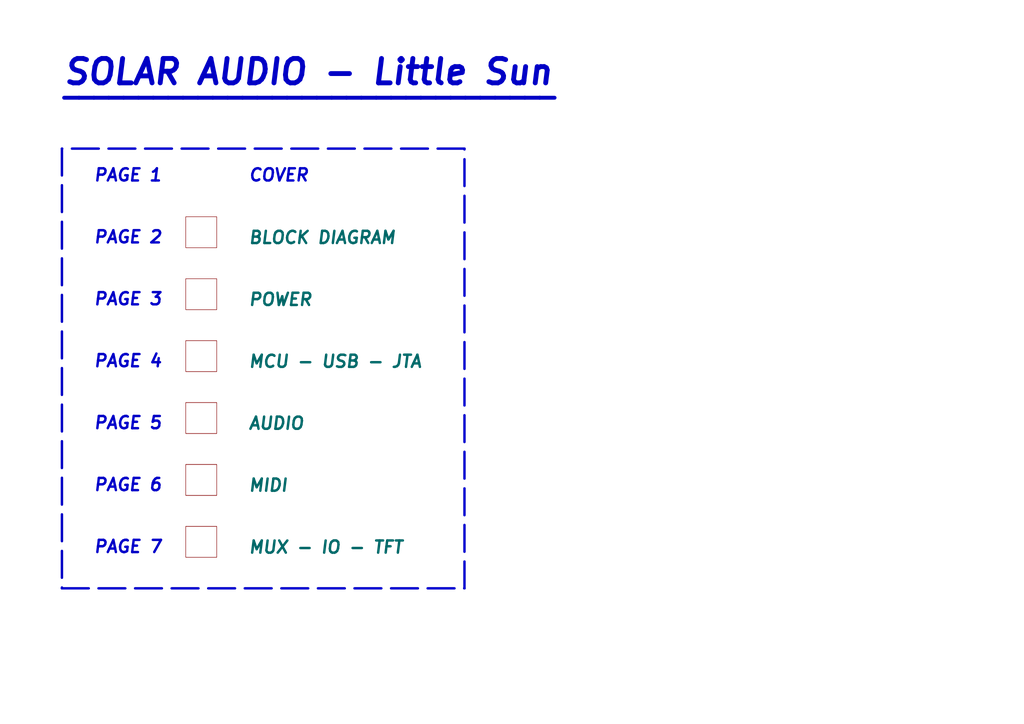
<source format=kicad_sch>
(kicad_sch (version 20211123) (generator eeschema)
  (paper "A3")
  (lib_symbols)
  (polyline (pts (xy 190.5 241.3) (xy 190.5 60.96)) (stroke (width 1)))
  (polyline (pts (xy 25.4 241.3) (xy 190.5 241.3)) (stroke (width 1)))
  (polyline (pts (xy 25.4 60.96) (xy 25.4 241.3)) (stroke (width 1)))
  (polyline (pts (xy 190.5 60.96) (xy 25.4 60.96)) (stroke (width 1)))
  (text "PAGE 4" (at 38.1 151.13 0) (effects (font (size 5 5) (thickness 1) bold italic) (justify left bottom)))
  (text "COVER" (at 101.6 74.93 0) (effects (font (size 5 5) (thickness 1) bold italic) (justify left bottom)))
  (text "PAGE 2" (at 38.1 100.33 0) (effects (font (size 5 5) (thickness 1) bold italic) (justify left bottom)))
  (text "PAGE 5" (at 38.1 176.53 0) (effects (font (size 5 5) (thickness 1) bold italic) (justify left bottom)))
  (text "SOLAR AUDIO - Little Sun" (at 25.4 35.56 0) (effects (font (size 10 10) bold italic) (justify left bottom)))
  (text "PAGE 6" (at 38.1 201.93 0) (effects (font (size 5 5) (thickness 1) bold italic) (justify left bottom)))
  (text "_________________________________" (at 25.4 40.64 0) (effects (font (size 8 8) bold italic) (justify left bottom)))
  (text "PAGE 7" (at 38.1 227.33 0) (effects (font (size 5 5) (thickness 1) bold italic) (justify left bottom)))
  (text "PAGE 1" (at 38.1 74.93 0) (effects (font (size 5 5) (thickness 1) bold italic) (justify left bottom)))
  (text "PAGE 3" (at 38.1 125.73 0) (effects (font (size 5 5) (thickness 1) bold italic) (justify left bottom)))
  (sheet (at 76.2 190.5) (size 12.7 12.7) (stroke (width 0.1524))
    (property "Sheet name" "MIDI" (at 101.6 201.93 0) (effects (font (size 5 5) bold italic) (justify left bottom)))
    (property "Sheet file" "midi.kicad_sch" (effects hide))
  )
  (sheet (at 76.2 88.9) (size 12.7 12.7) (stroke (width 0.1524))
    (property "Sheet name" "BLOCK DIAGRAM" (at 101.6 100.33 0) (effects (font (size 5 5) bold italic) (justify left bottom)))
    (property "Sheet file" "block_diagram.kicad_sch" (effects hide))
  )
  (sheet (at 76.2 139.7) (size 12.7 12.7) (stroke (width 0.1524))
    (property "Sheet name" "MCU - USB - JTA" (at 101.6 151.13 0) (effects (font (size 5 5) bold italic) (justify left bottom)))
    (property "Sheet file" "mcu_usb_jtag.kicad_sch" (effects hide))
  )
  (sheet (at 76.2 114.3) (size 12.7 12.7) (stroke (width 0.1524))
    (property "Sheet name" "POWER" (at 101.6 125.73 0) (effects (font (size 5 5) bold italic) (justify left bottom)))
    (property "Sheet file" "power.kicad_sch" (effects hide))
  )
  (sheet (at 76.2 215.9) (size 12.7 12.7) (stroke (width 0.1524))
    (property "Sheet name" "MUX - IO - TFT" (at 101.6 227.33 0) (effects (font (size 5 5) bold italic) (justify left bottom)))
    (property "Sheet file" "mux_io_tft.kicad_sch" (effects hide))
  )
  (sheet (at 76.2 165.1) (size 12.7 12.7) (stroke (width 0.1524))
    (property "Sheet name" "AUDIO" (at 101.6 176.53 0) (effects (font (size 5 5) bold italic) (justify left bottom)))
    (property "Sheet file" "audio.kicad_sch" (effects hide))
  )
)
</source>
